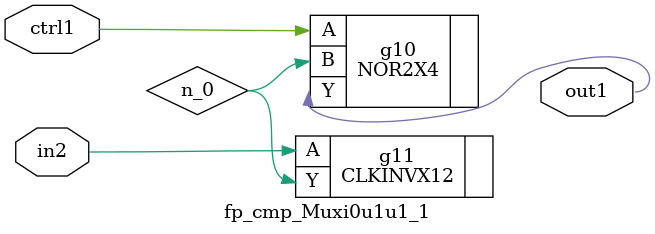
<source format=v>
`timescale 1ps / 1ps


module fp_cmp_Muxi0u1u1_1(in2, ctrl1, out1);
  input in2, ctrl1;
  output out1;
  wire in2, ctrl1;
  wire out1;
  wire n_0;
  NOR2X4 g10(.A (ctrl1), .B (n_0), .Y (out1));
  CLKINVX12 g11(.A (in2), .Y (n_0));
endmodule



</source>
